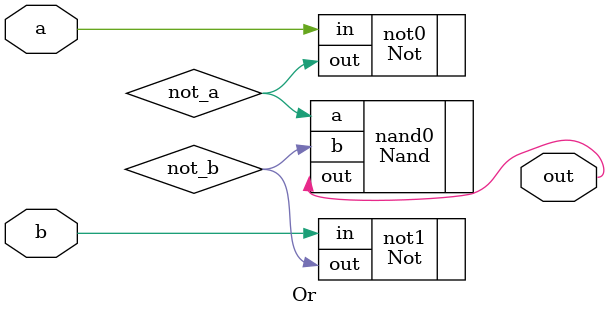
<source format=v>
module Or (
  output wire out,
  input wire a,
  input wire b
);
  wire not_a, not_b;
  Nand nand0 (
    .out(out),
    .a(not_a),
    .b(not_b)
  );
  Not not0 (
    .out(not_a),
    .in(a)
  );
  Not not1 (
    .out(not_b),
    .in(b)
  );
endmodule

</source>
